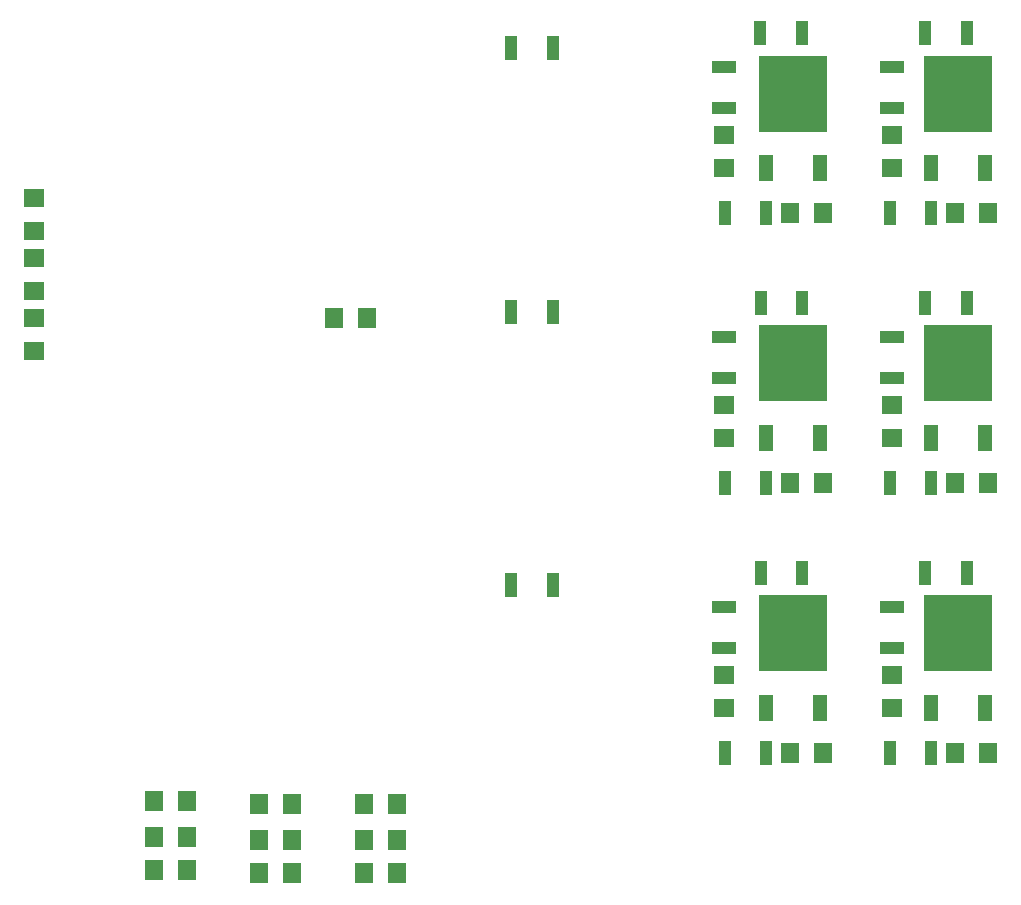
<source format=gtp>
G04*
G04 #@! TF.GenerationSoftware,Altium Limited,Altium Designer,21.0.8 (223)*
G04*
G04 Layer_Color=8421504*
%FSLAX25Y25*%
%MOIN*%
G70*
G04*
G04 #@! TF.SameCoordinates,9A741BFF-CE4B-45F5-BAAB-659130A2A11A*
G04*
G04*
G04 #@! TF.FilePolarity,Positive*
G04*
G01*
G75*
%ADD14R,0.22835X0.25197*%
%ADD15R,0.04724X0.08661*%
%ADD16R,0.06693X0.05906*%
%ADD17R,0.05906X0.06693*%
%ADD18R,0.07874X0.04000*%
%ADD19R,0.04000X0.07874*%
D14*
X270000Y190000D02*
D03*
X325000Y279803D02*
D03*
Y100000D02*
D03*
X270000D02*
D03*
X325000Y190000D02*
D03*
X270000Y279803D02*
D03*
D15*
X261000Y165197D02*
D03*
X279000D02*
D03*
X334000Y255000D02*
D03*
X316000D02*
D03*
Y75197D02*
D03*
X334000D02*
D03*
X261000D02*
D03*
X279000D02*
D03*
X334000Y165197D02*
D03*
X316000D02*
D03*
X279000Y255000D02*
D03*
X261000D02*
D03*
D16*
X17000Y245000D02*
D03*
Y233976D02*
D03*
Y205000D02*
D03*
Y193976D02*
D03*
Y225000D02*
D03*
Y213976D02*
D03*
X303000Y75000D02*
D03*
Y86024D02*
D03*
X247000Y75000D02*
D03*
Y86024D02*
D03*
X303000Y165000D02*
D03*
Y176024D02*
D03*
X247000Y165000D02*
D03*
Y176024D02*
D03*
X303000Y255000D02*
D03*
Y266024D02*
D03*
X247000Y255000D02*
D03*
Y266024D02*
D03*
D17*
X117000Y205000D02*
D03*
X128024D02*
D03*
X57000Y44000D02*
D03*
X68024D02*
D03*
Y32000D02*
D03*
X57000D02*
D03*
Y21000D02*
D03*
X68024D02*
D03*
X92000Y43000D02*
D03*
X103024D02*
D03*
Y31000D02*
D03*
X92000D02*
D03*
Y20000D02*
D03*
X103024D02*
D03*
X127000Y43000D02*
D03*
X138024D02*
D03*
Y31000D02*
D03*
X127000D02*
D03*
Y20000D02*
D03*
X138024D02*
D03*
X280000Y240000D02*
D03*
X268976D02*
D03*
X335024Y60000D02*
D03*
X324000D02*
D03*
X280000D02*
D03*
X268976D02*
D03*
X335024Y150000D02*
D03*
X324000D02*
D03*
X280000D02*
D03*
X268976D02*
D03*
X335024Y240000D02*
D03*
X324000D02*
D03*
D18*
X303000Y95000D02*
D03*
Y108710D02*
D03*
X247000Y95000D02*
D03*
Y108710D02*
D03*
Y185000D02*
D03*
Y198710D02*
D03*
X303000Y185000D02*
D03*
Y198710D02*
D03*
Y275000D02*
D03*
Y288710D02*
D03*
X247000Y275000D02*
D03*
Y288710D02*
D03*
D19*
X327710Y120000D02*
D03*
X314000D02*
D03*
X259290D02*
D03*
X273000D02*
D03*
X259290Y210000D02*
D03*
X273000D02*
D03*
X327710D02*
D03*
X314000D02*
D03*
X327710Y300000D02*
D03*
X314000D02*
D03*
X259000D02*
D03*
X272710D02*
D03*
X302290Y60000D02*
D03*
X316000D02*
D03*
X247290D02*
D03*
X261000D02*
D03*
X302290Y150000D02*
D03*
X316000D02*
D03*
X247290D02*
D03*
X261000D02*
D03*
X302290Y240000D02*
D03*
X316000D02*
D03*
X247290D02*
D03*
X261000D02*
D03*
X189710Y116000D02*
D03*
X176000D02*
D03*
X189710Y295000D02*
D03*
X176000D02*
D03*
X189710Y207000D02*
D03*
X176000D02*
D03*
M02*

</source>
